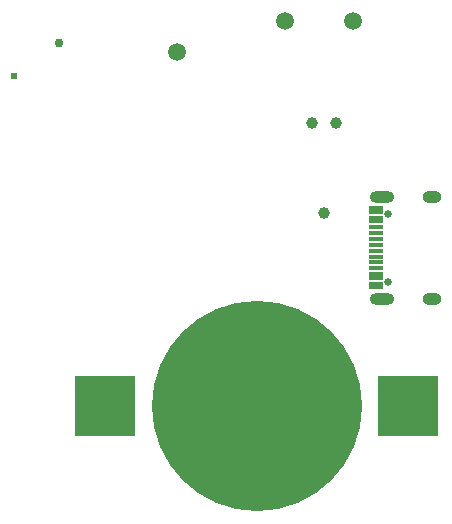
<source format=gbs>
G04 #@! TF.GenerationSoftware,KiCad,Pcbnew,8.0.0*
G04 #@! TF.CreationDate,2024-03-21T15:59:00+02:00*
G04 #@! TF.ProjectId,iot-risk-logger-stm32l4,696f742d-7269-4736-9b2d-6c6f67676572,1.0.0*
G04 #@! TF.SameCoordinates,Original*
G04 #@! TF.FileFunction,Soldermask,Bot*
G04 #@! TF.FilePolarity,Negative*
%FSLAX46Y46*%
G04 Gerber Fmt 4.6, Leading zero omitted, Abs format (unit mm)*
G04 Created by KiCad (PCBNEW 8.0.0) date 2024-03-21 15:59:00*
%MOMM*%
%LPD*%
G01*
G04 APERTURE LIST*
%ADD10C,1.500000*%
%ADD11C,0.762000*%
%ADD12C,0.609600*%
%ADD13C,0.990600*%
%ADD14O,2.100000X1.000000*%
%ADD15C,0.650000*%
%ADD16O,1.600000X1.000000*%
%ADD17R,1.150000X0.300000*%
%ADD18R,5.100000X5.100000*%
%ADD19C,17.800000*%
G04 APERTURE END LIST*
D10*
G04 #@! TO.C,TP1*
X72771422Y-23878432D03*
G04 #@! TD*
G04 #@! TO.C,TP2*
X67056422Y-23878432D03*
G04 #@! TD*
D11*
G04 #@! TO.C,AE1*
X47879422Y-25783432D03*
X47879422Y-25783432D03*
D12*
X44129422Y-28533432D03*
G04 #@! TD*
D13*
G04 #@! TO.C,J2*
X70358422Y-40134432D03*
X69342422Y-32514432D03*
X71374422Y-32514432D03*
G04 #@! TD*
D10*
G04 #@! TO.C,TP4*
X57912422Y-26545432D03*
G04 #@! TD*
G04 #@! TO.C,TP3*
X64516422Y-56517432D03*
G04 #@! TD*
D14*
G04 #@! TO.C,J1*
X75274422Y-38757432D03*
D15*
X75774422Y-40187432D03*
X75774422Y-45967432D03*
D16*
X79454422Y-47397432D03*
D17*
X74709422Y-39727432D03*
X74709422Y-40527432D03*
X74709422Y-41827432D03*
X74709422Y-42827432D03*
X74709422Y-43327432D03*
X74709422Y-44327432D03*
X74709422Y-45627432D03*
X74709422Y-46427432D03*
X74709422Y-46127432D03*
X74709422Y-45327432D03*
X74709422Y-44827432D03*
X74709422Y-43827432D03*
X74709422Y-42327432D03*
X74709422Y-41327432D03*
X74709422Y-40827432D03*
X74709422Y-40027432D03*
D16*
X79454422Y-38757432D03*
D14*
X75274422Y-47397432D03*
G04 #@! TD*
D18*
G04 #@! TO.C,BT1*
X51843422Y-56517432D03*
X77443422Y-56517432D03*
D19*
X64643422Y-56517432D03*
G04 #@! TD*
M02*

</source>
